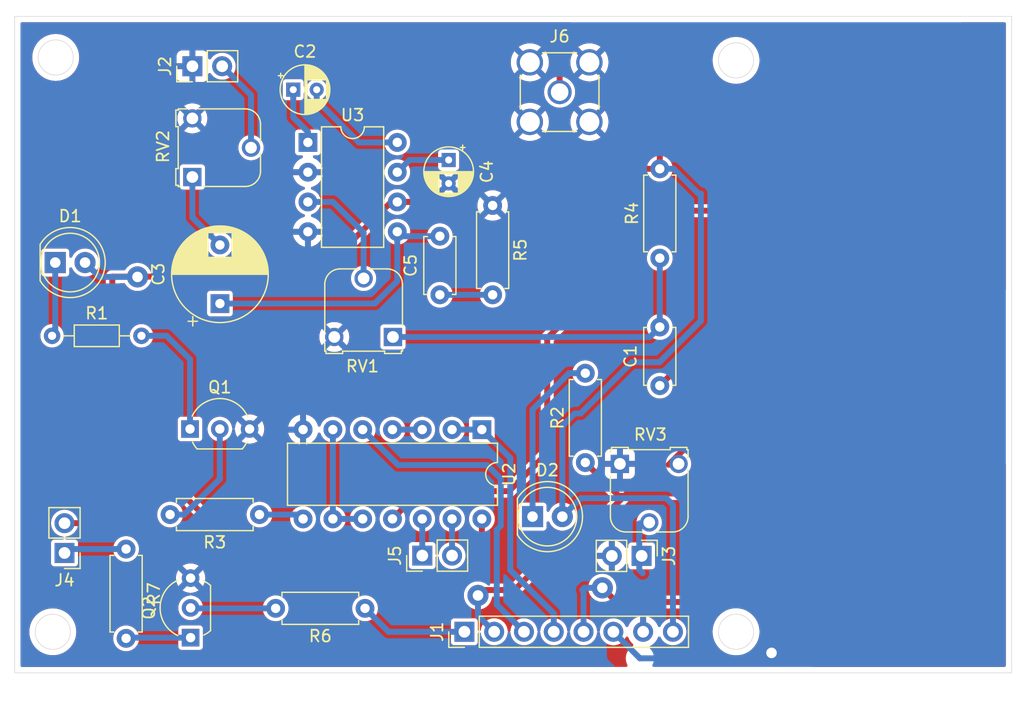
<source format=kicad_pcb>
(kicad_pcb (version 20240108) (generator "pcbnew") (generator_version "8.0")
  (layers (0 "F.Cu" signal) (31 "B.Cu" signal) (34 "B.Paste" user) (35 "F.Paste" user) (36 "B.SilkS" user "B.Silkscreen") (37 "F.SilkS" user "F.Silkscreen") (38 "B.Mask" user) (39 "F.Mask" user) (44 "Edge.Cuts" user))
  (net 0 "")
  (net 1 "Net-(D1-K)")
  (net 2 "VCC")
  (net 3 "Net-(D2-K)")
  (net 4 "Net-(J2-Pin_2)")
  (net 5 "GND")
  (net 6 "Net-(J3-Pin_1)")
  (net 7 "Net-(J4-Pin_1)")
  (net 8 "Net-(J5-Pin_1)")
  (net 9 "Net-(J5-Pin_2)")
  (net 10 "Net-(Q1-B)")
  (net 11 "PTT")
  (net 12 "Net-(Q2-C)")
  (net 13 "Net-(Q2-B)")
  (net 16 "Tx")
  (net 17 "CTS")
  (net 19 "Net-(C1-Pad2)")
  (net 20 "Rx")
  (net 24 "Net-(U1-AF_OUT)")
  (net 25 "Net-(C2-Pad2)")
  (net 26 "Net-(C2-Pad1)")
  (net 27 "Net-(C3-Pad1)")
  (net 28 "Net-(U3-BYPASS)")
  (net 29 "Net-(C5-Pad1)")
  (net 30 "DTR")
  (net 31 "Fan")
  (net 32 "RTS")
  (net 33 "Net-(R3-Pad1)")
  (net 34 "Net-(U3-+)")
  (net 35 "Net-(U1-PD)")
  (net 36 "Net-(U2-Pad3)")
  (net 37 "Net-(U2-Pad10)")
  (net 38 "Net-(C3-Pad2)")
  (net 39 "Net-(U1-MIC_IN)")
  (net 40 "Net-(J6-In)")
  (footprint "Package_TO_SOT_THT:TO-92L_Inline_Wide" (layer "F.Cu") (at 34.95 55.2)
    (property "Reference" "Q1" (at 2.54 -3.56 0) (layer "F.SilkS"))
    (property "Value" "2N2222")
    (pad "1" thru_hole rect (at 0 0) (size 1.5 1.5) (drill 0.8) (layers "*.Cu" "*.Mask") (net 11 "PTT"))
    (pad "2" thru_hole circle (at 2.54 0) (size 1.5 1.5) (drill 0.8) (layers "*.Cu" "*.Mask") (net 10 "Net-(Q1-B)"))
    (pad "3" thru_hole circle (at 5.08 0) (size 1.5 1.5) (drill 0.8) (layers "*.Cu" "*.Mask") (net 5 "GND"))
  )
  (footprint "Capacitor_THT:CP_Radial_D8.0mm_P5.00mm" (layer "F.Cu") (at 37.5 44.5 90)
    (property "Reference" "C3" (at 2.5 -5.25 90) (layer "F.SilkS"))
    (property "Value" "220u")
    (pad "1" thru_hole rect (at 0 0 90) (size 1.6 1.6) (drill 0.8) (layers "*.Cu" "*.Mask") (net 27 "Net-(C3-Pad1)"))
    (pad "2" thru_hole circle (at 5 0 90) (size 1.6 1.6) (drill 0.8) (layers "*.Cu" "*.Mask") (net 38 "Net-(C3-Pad2)"))
  )
  (footprint "Connector_PinHeader_2.54mm:PinHeader_1x02_P2.54mm_Vertical" (layer "F.Cu") (at 24.25 65.775 180)
    (property "Reference" "J4" (at 0 -2.33 360) (layer "F.SilkS"))
    (property "Value" "To fan")
    (pad "1" thru_hole rect (at 0 0 180) (size 1.7 1.7) (drill 1) (layers "*.Cu" "*.Mask") (net 7 "Net-(J4-Pin_1)"))
    (pad "2" thru_hole oval (at 0 2.54 180) (size 1.7 1.7) (drill 1) (layers "*.Cu" "*.Mask") (net 2 "VCC"))
  )
  (footprint "Resistor_THT:R_Axial_DIN0207_L6.3mm_D2.5mm_P7.62mm_Horizontal" (layer "F.Cu") (at 75 40.62 90)
    (property "Reference" "R4" (at 3.81 -2.37 90) (layer "F.SilkS"))
    (property "Value" "10k")
    (pad "1" thru_hole circle (at 0 0 90) (size 1.6 1.6) (drill 0.8) (layers "*.Cu" "*.Mask") (net 19 "Net-(C1-Pad2)"))
    (pad "2" thru_hole oval (at 7.62 0 90) (size 1.6 1.6) (drill 0.8) (layers "*.Cu" "*.Mask") (net 2 "VCC"))
  )
  (footprint "DRA818U_AND_V_Kicad:DRA818" (layer "F.Cu") (at 91.614 45.476 90)
    (property "Reference" "U1" (hide yes))
    (property "Value" "DRA818U" (hide yes))
    (pad "1" smd rect (at -13.35 -8.7 90) (size 2 4) (layers "F.Cu" "F.Paste" "F.Mask") (net 17 "CTS"))
    (pad "2" smd rect (at -8.9 -8.7 90) (size 2 4) (layers "F.Cu" "F.Paste" "F.Mask"))
    (pad "3" smd rect (at -4.45 -8.7 90) (size 2 4) (layers "F.Cu" "F.Paste" "F.Mask") (net 24 "Net-(U1-AF_OUT)"))
    (pad "4" smd rect (at 0 -8.7 90) (size 2 4) (layers "F.Cu" "F.Paste" "F.Mask"))
    (pad "5" smd rect (at 4.45 -8.7 90) (size 2 4) (layers "F.Cu" "F.Paste" "F.Mask") (net 5 "GND"))
    (pad "6" smd rect (at 8.9 -8.7 90) (size 2 4) (layers "F.Cu" "F.Paste" "F.Mask") (net 35 "Net-(U1-PD)"))
    (pad "7" smd rect (at 13.35 -8.7 90) (size 2 4) (layers "F.Cu" "F.Paste" "F.Mask"))
    (pad "8" smd rect (at 17.526 -6.858 180) (size 2 4) (layers "F.Cu" "F.Paste" "F.Mask") (net 2 "VCC"))
    (pad "9" smd rect (at 17.526 -2.286 180) (size 2 4) (layers "F.Cu" "F.Paste" "F.Mask") (net 5 "GND"))
    (pad "10" smd rect (at 17.526 2.286 180) (size 2 4) (layers "F.Cu" "F.Paste" "F.Mask") (net 5 "GND"))
    (pad "11" smd rect (at 17.526 6.858 180) (size 2 4) (layers "F.Cu" "F.Paste" "F.Mask"))
    (pad "12" smd rect (at 13.35 8.7 90) (size 2 4) (layers "F.Cu" "F.Paste" "F.Mask") (net 40 "Net-(J6-In)"))
    (pad "13" smd rect (at 8.9 8.7 90) (size 2 4) (layers "F.Cu" "F.Paste" "F.Mask"))
    (pad "14" smd rect (at 4.45 8.7 90) (size 2 4) (layers "F.Cu" "F.Paste" "F.Mask"))
    (pad "15" smd rect (at 0 8.7 90) (size 2 4) (layers "F.Cu" "F.Paste" "F.Mask"))
    (pad "16" smd rect (at -4.45 8.7 90) (size 2 4) (layers "F.Cu" "F.Paste" "F.Mask") (net 16 "Tx"))
    (pad "17" smd rect (at -8.9 8.7 90) (size 2 4) (layers "F.Cu" "F.Paste" "F.Mask") (net 20 "Rx"))
    (pad "18" smd rect (at -13.35 8.7 90) (size 2 4) (layers "F.Cu" "F.Paste" "F.Mask") (net 39 "Net-(U1-MIC_IN)"))
    (pad "P1" smd rect (at 11.1 0 90) (size 6.5 6.6) (layers "F.Cu" "F.Paste" "F.Mask"))
    (pad "P2" smd rect (at -18.288 -6.858 90) (size 4 8) (layers "F.Cu" "F.Paste" "F.Mask"))
    (pad "P3" smd rect (at -18.288 6.858 90) (size 4 8) (layers "F.Cu" "F.Paste" "F.Mask"))
  )
  (footprint "Potentiometer_THT:Potentiometer_Runtron_RM-065_Vertical" (layer "F.Cu") (at 71.6 58.175)
    (property "Reference" "RV3" (at 2.6 -2.5 360) (layer "F.SilkS"))
    (property "Value" "10k")
    (pad "1" thru_hole rect (at 0 0) (size 1.56 1.56) (drill 1) (layers "*.Cu" "*.Mask") (net 5 "GND"))
    (pad "2" thru_hole circle (at 2.5 5) (size 1.56 1.56) (drill 1) (layers "*.Cu" "*.Mask") (net 6 "Net-(J3-Pin_1)"))
    (pad "3" thru_hole circle (at 5 0) (size 1.56 1.56) (drill 1) (layers "*.Cu" "*.Mask") (net 39 "Net-(U1-MIC_IN)"))
  )
  (footprint "Resistor_THT:R_Axial_DIN0207_L6.3mm_D2.5mm_P7.62mm_Horizontal" (layer "F.Cu") (at 29.5 65.44 -90)
    (property "Reference" "R7" (at 3.81 -2.37 90) (layer "F.SilkS"))
    (property "Value" "330")
    (pad "1" thru_hole circle (at 0 0 270) (size 1.6 1.6) (drill 0.8) (layers "*.Cu" "*.Mask") (net 7 "Net-(J4-Pin_1)"))
    (pad "2" thru_hole oval (at 7.62 0 270) (size 1.6 1.6) (drill 0.8) (layers "*.Cu" "*.Mask") (net 12 "Net-(Q2-C)"))
  )
  (footprint "Package_DIP:DIP-14_W7.62mm" (layer "F.Cu") (at 59.83 55.25 -90)
    (property "Reference" "U2" (at 3.81 -2.33 90) (layer "F.SilkS"))
    (property "Value" "7400")
    (pad "1" thru_hole rect (at 0 0 270) (size 1.6 1.6) (drill 0.8) (layers "*.Cu" "*.Mask") (net 30 "DTR"))
    (pad "2" thru_hole oval (at 0 2.54 270) (size 1.6 1.6) (drill 0.8) (layers "*.Cu" "*.Mask") (net 30 "DTR"))
    (pad "3" thru_hole oval (at 0 5.08 270) (size 1.6 1.6) (drill 0.8) (layers "*.Cu" "*.Mask") (net 36 "Net-(U2-Pad3)"))
    (pad "4" thru_hole oval (at 0 7.62 270) (size 1.6 1.6) (drill 0.8) (layers "*.Cu" "*.Mask") (net 36 "Net-(U2-Pad3)"))
    (pad "5" thru_hole oval (at 0 10.16 270) (size 1.6 1.6) (drill 0.8) (layers "*.Cu" "*.Mask") (net 32 "RTS"))
    (pad "6" thru_hole oval (at 0 12.7 270) (size 1.6 1.6) (drill 0.8) (layers "*.Cu" "*.Mask") (net 37 "Net-(U2-Pad10)"))
    (pad "7" thru_hole oval (at 0 15.24 270) (size 1.6 1.6) (drill 0.8) (layers "*.Cu" "*.Mask") (net 5 "GND"))
    (pad "8" thru_hole oval (at 7.62 15.24 270) (size 1.6 1.6) (drill 0.8) (layers "*.Cu" "*.Mask") (net 33 "Net-(R3-Pad1)"))
    (pad "9" thru_hole oval (at 7.62 12.7 270) (size 1.6 1.6) (drill 0.8) (layers "*.Cu" "*.Mask") (net 37 "Net-(U2-Pad10)"))
    (pad "10" thru_hole oval (at 7.62 10.16 270) (size 1.6 1.6) (drill 0.8) (layers "*.Cu" "*.Mask") (net 37 "Net-(U2-Pad10)"))
    (pad "11" thru_hole oval (at 7.62 7.62 270) (size 1.6 1.6) (drill 0.8) (layers "*.Cu" "*.Mask") (net 35 "Net-(U1-PD)"))
    (pad "12" thru_hole oval (at 7.62 5.08 270) (size 1.6 1.6) (drill 0.8) (layers "*.Cu" "*.Mask") (net 8 "Net-(J5-Pin_1)"))
    (pad "13" thru_hole oval (at 7.62 2.54 270) (size 1.6 1.6) (drill 0.8) (layers "*.Cu" "*.Mask") (net 9 "Net-(J5-Pin_2)"))
    (pad "14" thru_hole oval (at 7.62 0 270) (size 1.6 1.6) (drill 0.8) (layers "*.Cu" "*.Mask") (net 2 "VCC"))
  )
  (footprint "Connector_PinHeader_2.54mm:PinHeader_1x02_P2.54mm_Vertical" (layer "F.Cu") (at 35.15 24.25 90)
    (property "Reference" "J2" (at 0 -2.33 90) (layer "F.SilkS"))
    (property "Value" "PC Mic in >")
    (pad "1" thru_hole rect (at 0 0 90) (size 1.7 1.7) (drill 1) (layers "*.Cu" "*.Mask") (net 5 "GND"))
    (pad "2" thru_hole oval (at 0 2.54 90) (size 1.7 1.7) (drill 1) (layers "*.Cu" "*.Mask") (net 4 "Net-(J2-Pin_2)"))
  )
  (footprint "Resistor_THT:R_Axial_DIN0207_L6.3mm_D2.5mm_P7.62mm_Horizontal" (layer "F.Cu") (at 68.65 58.06 90)
    (property "Reference" "R2" (at 3.81 -2.37 90) (layer "F.SilkS"))
    (property "Value" "330")
    (pad "1" thru_hole circle (at 0 0 90) (size 1.6 1.6) (drill 0.8) (layers "*.Cu" "*.Mask") (net 17 "CTS"))
    (pad "2" thru_hole oval (at 7.62 0 90) (size 1.6 1.6) (drill 0.8) (layers "*.Cu" "*.Mask") (net 3 "Net-(D2-K)"))
  )
  (footprint "LED_THT:LED_D5.0mm" (layer "F.Cu") (at 64.15 62.675)
    (property "Reference" "D2" (at 1.27 -3.96 360) (layer "F.SilkS"))
    (property "Value" "LED")
    (pad "1" thru_hole rect (at 0 0) (size 1.8 1.8) (drill 0.9) (layers "*.Cu" "*.Mask") (net 3 "Net-(D2-K)"))
    (pad "2" thru_hole circle (at 2.54 0) (size 1.8 1.8) (drill 0.9) (layers "*.Cu" "*.Mask") (net 2 "VCC"))
  )
  (footprint "Resistor_THT:R_Axial_DIN0207_L6.3mm_D2.5mm_P7.62mm_Horizontal" (layer "F.Cu") (at 49.87 70.5 180)
    (property "Reference" "R6" (at 3.81 -2.37 360) (layer "F.SilkS"))
    (property "Value" "4.7K")
    (pad "1" thru_hole circle (at 0 0 180) (size 1.6 1.6) (drill 0.8) (layers "*.Cu" "*.Mask") (net 31 "Fan"))
    (pad "2" thru_hole oval (at 7.62 0 180) (size 1.6 1.6) (drill 0.8) (layers "*.Cu" "*.Mask") (net 13 "Net-(Q2-B)"))
  )
  (footprint "Potentiometer_THT:Potentiometer_Runtron_RM-065_Vertical" (layer "F.Cu") (at 52.25 47.35 180)
    (property "Reference" "RV1" (at 2.6 -2.5 360) (layer "F.SilkS"))
    (property "Value" "100k")
    (pad "1" thru_hole rect (at 0 0 180) (size 1.56 1.56) (drill 1) (layers "*.Cu" "*.Mask") (net 19 "Net-(C1-Pad2)"))
    (pad "2" thru_hole circle (at 2.5 5 180) (size 1.56 1.56) (drill 1) (layers "*.Cu" "*.Mask") (net 34 "Net-(U3-+)"))
    (pad "3" thru_hole circle (at 5 0 180) (size 1.56 1.56) (drill 1) (layers "*.Cu" "*.Mask") (net 5 "GND"))
  )
  (footprint "Resistor_THT:R_Axial_DIN0207_L6.3mm_D2.5mm_P7.62mm_Horizontal" (layer "F.Cu") (at 60.75 36.13 -90)
    (property "Reference" "R5" (at 3.81 -2.37 90) (layer "F.SilkS"))
    (property "Value" "10k")
    (pad "1" thru_hole circle (at 0 0 270) (size 1.6 1.6) (drill 0.8) (layers "*.Cu" "*.Mask") (net 5 "GND"))
    (pad "2" thru_hole oval (at 7.62 0 270) (size 1.6 1.6) (drill 0.8) (layers "*.Cu" "*.Mask") (net 29 "Net-(C5-Pad1)"))
  )
  (footprint "Capacitor_THT:C_Disc_D4.7mm_W2.5mm_P5.00mm" (layer "F.Cu") (at 56.25 43.75 90)
    (property "Reference" "C5" (at 2.5 -2.5 90) (layer "F.SilkS"))
    (property "Value" "47n")
    (pad "1" thru_hole circle (at 0 0 90) (size 1.6 1.6) (drill 0.8) (layers "*.Cu" "*.Mask") (net 29 "Net-(C5-Pad1)"))
    (pad "2" thru_hole circle (at 5 0 90) (size 1.6 1.6) (drill 0.8) (layers "*.Cu" "*.Mask") (net 27 "Net-(C3-Pad1)"))
  )
  (footprint "Connector_PinHeader_2.54mm:PinHeader_1x02_P2.54mm_Vertical" (layer "F.Cu") (at 54.75 66 90)
    (property "Reference" "J5" (at 0 -2.33 90) (layer "F.SilkS"))
    (property "Value" "GPIO")
    (pad "1" thru_hole rect (at 0 0 90) (size 1.7 1.7) (drill 1) (layers "*.Cu" "*.Mask") (net 8 "Net-(J5-Pin_1)"))
    (pad "2" thru_hole oval (at 0 2.54 90) (size 1.7 1.7) (drill 1) (layers "*.Cu" "*.Mask") (net 9 "Net-(J5-Pin_2)"))
  )
  (footprint "Connector_PinHeader_2.54mm:PinHeader_1x02_P2.54mm_Vertical" (layer "F.Cu") (at 73.45 66.025 -90)
    (property "Reference" "J3" (at 0 -2.33 90) (layer "F.SilkS"))
    (property "Value" "PC Speaker out >")
    (pad "1" thru_hole rect (at 0 0 270) (size 1.7 1.7) (drill 1) (layers "*.Cu" "*.Mask") (net 6 "Net-(J3-Pin_1)"))
    (pad "2" thru_hole oval (at 0 2.54 270) (size 1.7 1.7) (drill 1) (layers "*.Cu" "*.Mask") (net 5 "GND"))
  )
  (footprint "Resistor_THT:R_Axial_DIN0204_L3.6mm_D1.6mm_P7.62mm_Horizontal" (layer "F.Cu") (at 23.19 47.25)
    (property "Reference" "R1" (at 3.81 -1.92 360) (layer "F.SilkS"))
    (property "Value" "330")
    (pad "1" thru_hole circle (at 0 0) (size 1.4 1.4) (drill 0.7) (layers "*.Cu" "*.Mask") (net 1 "Net-(D1-K)"))
    (pad "2" thru_hole oval (at 7.62 0) (size 1.4 1.4) (drill 0.7) (layers "*.Cu" "*.Mask") (net 11 "PTT"))
  )
  (footprint "Connector_Coaxial:SMA_Amphenol_901-144_Vertical" (layer "F.Cu") (at 66.46 26.46)
    (property "Reference" "J6" (at 0 -4.75 0) (layer "F.SilkS"))
    (property "Value" "2m ANT")
    (pad "1" thru_hole circle (at 0 0) (size 2.05 2.05) (drill 1.5) (layers "*.Cu" "*.Mask") (net 40 "Net-(J6-In)"))
    (pad "2" thru_hole circle (at -2.54 -2.54) (size 2.25 2.25) (drill 1.7) (layers "*.Cu" "*.Mask") (net 5 "GND"))
    (pad "2" thru_hole circle (at -2.54 2.54) (size 2.25 2.25) (drill 1.7) (layers "*.Cu" "*.Mask") (net 5 "GND"))
    (pad "2" thru_hole circle (at 2.54 -2.54) (size 2.25 2.25) (drill 1.7) (layers "*.Cu" "*.Mask") (net 5 "GND"))
    (pad "2" thru_hole circle (at 2.54 2.54) (size 2.25 2.25) (drill 1.7) (layers "*.Cu" "*.Mask") (net 5 "GND"))
  )
  (footprint "Connector_PinHeader_2.54mm:PinHeader_1x08_P2.54mm_Vertical" (layer "F.Cu") (at 58.34 72.5 90)
    (property "Reference" "J1" (at 0 -2.33 90) (layer "F.SilkS"))
    (property "Value" "External interface")
    (pad "1" thru_hole rect (at 0 0 90) (size 1.7 1.7) (drill 1) (layers "*.Cu" "*.Mask") (net 31 "Fan"))
    (pad "2" thru_hole oval (at 0 2.54 90) (size 1.7 1.7) (drill 1) (layers "*.Cu" "*.Mask") (net 17 "CTS"))
    (pad "3" thru_hole oval (at 0 5.08 90) (size 1.7 1.7) (drill 1) (layers "*.Cu" "*.Mask") (net 32 "RTS"))
    (pad "4" thru_hole oval (at 0 7.62 90) (size 1.7 1.7) (drill 1) (layers "*.Cu" "*.Mask") (net 30 "DTR"))
    (pad "5" thru_hole oval (at 0 10.16 90) (size 1.7 1.7) (drill 1) (layers "*.Cu" "*.Mask") (net 16 "Tx"))
    (pad "6" thru_hole oval (at 0 12.7 90) (size 1.7 1.7) (drill 1) (layers "*.Cu" "*.Mask") (net 20 "Rx"))
    (pad "7" thru_hole oval (at 0 15.24 90) (size 1.7 1.7) (drill 1) (layers "*.Cu" "*.Mask") (net 5 "GND"))
    (pad "8" thru_hole oval (at 0 17.78 90) (size 1.7 1.7) (drill 1) (layers "*.Cu" "*.Mask") (net 2 "VCC"))
  )
  (footprint "Package_DIP:DIP-8_W7.62mm" (layer "F.Cu") (at 45 30.75)
    (property "Reference" "U3" (at 3.81 -2.33 0) (layer "F.SilkS"))
    (property "Value" "LM386")
    (pad "1" thru_hole rect (at 0 0) (size 1.6 1.6) (drill 0.8) (layers "*.Cu" "*.Mask") (net 26 "Net-(C2-Pad1)"))
    (pad "2" thru_hole oval (at 0 2.54) (size 1.6 1.6) (drill 0.8) (layers "*.Cu" "*.Mask") (net 5 "GND"))
    (pad "3" thru_hole oval (at 0 5.08) (size 1.6 1.6) (drill 0.8) (layers "*.Cu" "*.Mask") (net 34 "Net-(U3-+)"))
    (pad "4" thru_hole oval (at 0 7.62) (size 1.6 1.6) (drill 0.8) (layers "*.Cu" "*.Mask") (net 5 "GND"))
    (pad "5" thru_hole oval (at 7.62 7.62) (size 1.6 1.6) (drill 0.8) (layers "*.Cu" "*.Mask") (net 27 "Net-(C3-Pad1)"))
    (pad "6" thru_hole oval (at 7.62 5.08) (size 1.6 1.6) (drill 0.8) (layers "*.Cu" "*.Mask") (net 2 "VCC"))
    (pad "7" thru_hole oval (at 7.62 2.54) (size 1.6 1.6) (drill 0.8) (layers "*.Cu" "*.Mask") (net 28 "Net-(U3-BYPASS)"))
    (pad "8" thru_hole oval (at 7.62 0) (size 1.6 1.6) (drill 0.8) (layers "*.Cu" "*.Mask") (net 25 "Net-(C2-Pad2)"))
  )
  (footprint "Resistor_THT:R_Axial_DIN0207_L6.3mm_D2.5mm_P7.62mm_Horizontal" (layer "F.Cu") (at 40.87 62.5 180)
    (property "Reference" "R3" (at 3.81 -2.37 360) (layer "F.SilkS"))
    (property "Value" "4.7K")
    (pad "1" thru_hole circle (at 0 0 180) (size 1.6 1.6) (drill 0.8) (layers "*.Cu" "*.Mask") (net 33 "Net-(R3-Pad1)"))
    (pad "2" thru_hole oval (at 7.62 0 180) (size 1.6 1.6) (drill 0.8) (layers "*.Cu" "*.Mask") (net 10 "Net-(Q1-B)"))
  )
  (footprint "Capacitor_THT:CP_Radial_D4.0mm_P2.00mm" (layer "F.Cu") (at 43.75 26.25)
    (property "Reference" "C2" (at 1 -3.25 360) (layer "F.SilkS"))
    (property "Value" "10u")
    (pad "1" thru_hole rect (at 0 0) (size 1.2 1.2) (drill 0.6) (layers "*.Cu" "*.Mask") (net 26 "Net-(C2-Pad1)"))
    (pad "2" thru_hole circle (at 2 0) (size 1.2 1.2) (drill 0.6) (layers "*.Cu" "*.Mask") (net 25 "Net-(C2-Pad2)"))
  )
  (footprint "LED_THT:LED_D5.0mm" (layer "F.Cu") (at 23.46 41)
    (property "Reference" "D1" (at 1.27 -3.96 0) (layer "F.SilkS"))
    (property "Value" "LED")
    (pad "1" thru_hole rect (at 0 0) (size 1.8 1.8) (drill 0.9) (layers "*.Cu" "*.Mask") (net 1 "Net-(D1-K)"))
    (pad "2" thru_hole circle (at 2.54 0) (size 1.8 1.8) (drill 0.9) (layers "*.Cu" "*.Mask") (net 2 "VCC"))
  )
  (footprint "Capacitor_THT:C_Disc_D4.7mm_W2.5mm_P5.00mm" (layer "F.Cu") (at 75 51.5 90)
    (property "Reference" "C1" (at 2.5 -2.5 90) (layer "F.SilkS"))
    (property "Value" "100n")
    (pad "1" thru_hole circle (at 0 0 90) (size 1.6 1.6) (drill 0.8) (layers "*.Cu" "*.Mask") (net 24 "Net-(U1-AF_OUT)"))
    (pad "2" thru_hole circle (at 5 0 90) (size 1.6 1.6) (drill 0.8) (layers "*.Cu" "*.Mask") (net 19 "Net-(C1-Pad2)"))
  )
  (footprint "Package_TO_SOT_THT:TO-92L_Inline_Wide" (layer "F.Cu") (at 35 73 90)
    (property "Reference" "Q2" (at 2.54 -3.56 90) (layer "F.SilkS"))
    (property "Value" "2N2222")
    (pad "1" thru_hole rect (at 0 0 90) (size 1.5 1.5) (drill 0.8) (layers "*.Cu" "*.Mask") (net 12 "Net-(Q2-C)"))
    (pad "2" thru_hole circle (at 2.54 0 90) (size 1.5 1.5) (drill 0.8) (layers "*.Cu" "*.Mask") (net 13 "Net-(Q2-B)"))
    (pad "3" thru_hole circle (at 5.08 0 90) (size 1.5 1.5) (drill 0.8) (layers "*.Cu" "*.Mask") (net 5 "GND"))
  )
  (footprint "Potentiometer_THT:Potentiometer_Runtron_RM-065_Vertical" (layer "F.Cu") (at 35.15 33.7 90)
    (property "Reference" "RV2" (at 2.6 -2.5 90) (layer "F.SilkS"))
    (property "Value" "10k")
    (pad "1" thru_hole rect (at 0 0 90) (size 1.56 1.56) (drill 1) (layers "*.Cu" "*.Mask") (net 38 "Net-(C3-Pad2)"))
    (pad "2" thru_hole circle (at 2.5 5 90) (size 1.56 1.56) (drill 1) (layers "*.Cu" "*.Mask") (net 4 "Net-(J2-Pin_2)"))
    (pad "3" thru_hole circle (at 5 0 90) (size 1.56 1.56) (drill 1) (layers "*.Cu" "*.Mask") (net 5 "GND"))
  )
  (footprint "Capacitor_THT:CP_Radial_D4.0mm_P2.00mm" (layer "F.Cu") (at 57 32.25 -90)
    (property "Reference" "C4" (at 1 -3.25 90) (layer "F.SilkS"))
    (property "Value" "10u")
    (pad "1" thru_hole rect (at 0 0 270) (size 1.2 1.2) (drill 0.6) (layers "*.Cu" "*.Mask") (net 28 "Net-(U3-BYPASS)"))
    (pad "2" thru_hole circle (at 2 0 270) (size 1.2 1.2) (drill 0.6) (layers "*.Cu" "*.Mask") (net 5 "GND"))
  )
  (gr_circle (center 81.5 23.75) (end 83 23.75) (stroke (width 0.05)) (fill none) (layer "Edge.Cuts"))
  (gr_circle (center 81.5 72.5) (end 83 72.5) (stroke (width 0.05)) (fill none) (layer "Edge.Cuts"))
  (gr_circle (center 23.25 72.5) (end 24.75 72.5) (stroke (width 0.05)) (fill none) (layer "Edge.Cuts"))
  (gr_circle (center 23.5 23.5) (end 25 23.5) (stroke (width 0.05)) (fill none) (layer "Edge.Cuts"))
  (gr_rect (start 20 20) (end 105 76) (stroke (width 0.05)) (fill none) (layer "Edge.Cuts"))
  (segment (start 23.46 46.98) (end 23.19 47.25) (width 0.508) (layer "B.Cu") (net 1))
  (segment (start 23.46 41) (end 23.46 46.98) (width 0.508) (layer "B.Cu") (net 1))
  (segment (start 57.075 69.45) (end 55.421 69.45) (width 0.508) (layer "F.Cu") (net 2))
  (segment (start 84.756 27.95) (end 78.6 27.95) (width 0.508) (layer "F.Cu") (net 2))
  (segment (start 28.325 60.575) (end 28.325 56.825) (width 0.508) (layer "F.Cu") (net 2))
  (segment (start 69.525 33) (end 75 33) (width 0.508) (layer "F.Cu") (net 2))
  (segment (start 63.725 38.8) (end 69.525 33) (width 0.508) (layer "F.Cu") (net 2))
  (segment (start 30.375 56.825) (end 28.325 56.825) (width 0.508) (layer "F.Cu") (net 2))
  (segment (start 59.175 38.8) (end 63.725 38.8) (width 0.508) (layer "F.Cu") (net 2))
  (segment (start 56.205 35.83) (end 59.175 38.8) (width 0.508) (layer "F.Cu") (net 2))
  (segment (start 59.83 66.695) (end 57.075 69.45) (width 0.508) (layer "F.Cu") (net 2))
  (segment (start 28.325 42.2) (end 45.725 42.2) (width 0.508) (layer "F.Cu") (net 2))
  (segment (start 28.175 60.725) (end 28.325 60.575) (width 0.508) (layer "F.Cu") (net 2))
  (segment (start 53.675 35.83) (end 52.62 35.83) (width 0.508) (layer "F.Cu") (net 2))
  (segment (start 78.6 27.95) (end 75 31.55) (width 0.508) (layer "F.Cu") (net 2))
  (segment (start 28.325 56.825) (end 28.325 42.2) (width 0.508) (layer "F.Cu") (net 2))
  (segment (start 54.771 68.8) (end 42.35 68.8) (width 0.508) (layer "F.Cu") (net 2))
  (segment (start 24.25 63.235) (end 26.165 63.235) (width 0.508) (layer "F.Cu") (net 2))
  (segment (start 45.725 42.2) (end 52.095 35.83) (width 0.508) (layer "F.Cu") (net 2))
  (segment (start 42.35 68.8) (end 30.375 56.825) (width 0.508) (layer "F.Cu") (net 2))
  (segment (start 52.095 35.83) (end 53.675 35.83) (width 0.508) (layer "F.Cu") (net 2))
  (segment (start 26.165 63.235) (end 28.175 61.225) (width 0.508) (layer "F.Cu") (net 2))
  (segment (start 55.421 69.45) (end 54.771 68.8) (width 0.508) (layer "F.Cu") (net 2))
  (segment (start 53.675 35.83) (end 56.205 35.83) (width 0.508) (layer "F.Cu") (net 2))
  (segment (start 59.83 62.87) (end 59.83 66.695) (width 0.508) (layer "F.Cu") (net 2))
  (segment (start 28.175 61.225) (end 28.175 60.725) (width 0.508) (layer "F.Cu") (net 2))
  (segment (start 75 31.55) (end 75 33) (width 0.508) (layer "F.Cu") (net 2))
  (via (at 30.475 42.225) (size 1.8) (drill 0.9) (layers "F.Cu" "B.Cu") (net 2))
  (segment (start 75.55 61.1) (end 76.12 61.67) (width 0.508) (layer "B.Cu") (net 2))
  (segment (start 72.625 49.5) (end 74.975 49.5) (width 0.508) (layer "B.Cu") (net 2))
  (segment (start 78.5 35.125) (end 78.3 35.125) (width 0.508) (layer "B.Cu") (net 2))
  (segment (start 78.5 45.975) (end 78.5 35.125) (width 0.508) (layer "B.Cu") (net 2))
  (segment (start 76.175 33) (end 75 33) (width 0.508) (layer "B.Cu") (net 2))
  (segment (start 26 41) (end 27.225 42.225) (width 0.508) (layer "B.Cu") (net 2))
  (segment (start 27.225 42.225) (end 30.475 42.225) (width 0.508) (layer "B.Cu") (net 2))
  (segment (start 66.69 62.675) (end 68.265 61.1) (width 0.508) (layer "B.Cu") (net 2))
  (segment (start 30.475 42.225) (end 30.8 42.225) (width 0.508) (layer "B.Cu") (net 2))
  (segment (start 74.975 49.5) (end 78.5 45.975) (width 0.508) (layer "B.Cu") (net 2))
  (segment (start 66.69 54.935) (end 67.75 53.875) (width 0.508) (layer "B.Cu") (net 2))
  (segment (start 78.3 35.125) (end 76.175 33) (width 0.508) (layer "B.Cu") (net 2))
  (segment (start 67.75 53.875) (end 68.25 53.875) (width 0.508) (layer "B.Cu") (net 2))
  (segment (start 76.12 61.67) (end 76.12 72.5) (width 0.508) (layer "B.Cu") (net 2))
  (segment (start 66.69 62.675) (end 66.69 54.935) (width 0.508) (layer "B.Cu") (net 2))
  (segment (start 68.25 53.875) (end 72.625 49.5) (width 0.508) (layer "B.Cu") (net 2))
  (segment (start 68.265 61.1) (end 75.55 61.1) (width 0.508) (layer "B.Cu") (net 2))
  (segment (start 64.15 53.55) (end 64.15 62.675) (width 0.508) (layer "B.Cu") (net 3))
  (segment (start 67.26 50.44) (end 64.15 53.55) (width 0.508) (layer "B.Cu") (net 3))
  (segment (start 68.65 50.44) (end 67.26 50.44) (width 0.508) (layer "B.Cu") (net 3))
  (segment (start 37.69 24.25) (end 40.15 26.71) (width 0.508) (layer "B.Cu") (net 4))
  (segment (start 40.15 26.71) (end 40.15 31.2) (width 0.508) (layer "B.Cu") (net 4))
  (segment (start 73.25 63.25) (end 73.25 67.21) (width 0.508) (layer "B.Cu") (net 6))
  (segment (start 73.25 67.21) (end 73.54 67.5) (width 0.508) (layer "B.Cu") (net 6))
  (segment (start 24.585 65.44) (end 24.25 65.775) (width 0.508) (layer "B.Cu") (net 7))
  (segment (start 29.5 65.44) (end 24.585 65.44) (width 0.508) (layer "B.Cu") (net 7))
  (segment (start 54.75 66) (end 54.75 62.87) (width 0.508) (layer "B.Cu") (net 8))
  (segment (start 57.29 66) (end 57.29 62.87) (width 0.508) (layer "B.Cu") (net 9))
  (segment (start 34.45 62.5) (end 37.49 59.46) (width 0.508) (layer "B.Cu") (net 10))
  (segment (start 33.25 62.5) (end 34.45 62.5) (width 0.508) (layer "B.Cu") (net 10))
  (segment (start 37.49 59.46) (end 37.49 55.2) (width 0.508) (layer "B.Cu") (net 10))
  (segment (start 30.81 47.25) (end 32.95 47.25) (width 0.508) (layer "B.Cu") (net 11))
  (segment (start 32.95 47.25) (end 34.95 49.25) (width 0.508) (layer "B.Cu") (net 11))
  (segment (start 34.95 49.25) (end 34.95 55.2) (width 0.508) (layer "B.Cu") (net 11))
  (segment (start 29.56 73) (end 29.5 73.06) (width 0.508) (layer "B.Cu") (net 12))
  (segment (start 35 73) (end 29.56 73) (width 0.508) (layer "B.Cu") (net 12))
  (segment (start 42.25 70.5) (end 35.04 70.5) (width 0.508) (layer "B.Cu") (net 13))
  (segment (start 35.04 70.5) (end 35 70.46) (width 0.508) (layer "B.Cu") (net 13))
  (segment (start 91.25 68.6) (end 91.25 55.7) (width 0.508) (layer "F.Cu") (net 16))
  (segment (start 91.25 55.7) (end 97.024 49.926) (width 0.508) (layer "F.Cu") (net 16))
  (segment (start 71.308 69.958) (end 89.892 69.958) (width 0.508) (layer "F.Cu") (net 16))
  (segment (start 97.024 49.926) (end 100.314 49.926) (width 0.508) (layer "F.Cu") (net 16))
  (segment (start 70.1 68.75) (end 71.308 69.958) (width 0.508) (layer "F.Cu") (net 16))
  (segment (start 70.1 68.75) (end 69.742 69.108) (width 0.508) (layer "F.Cu") (net 16))
  (segment (start 89.892 69.958) (end 91.25 68.6) (width 0.508) (layer "F.Cu") (net 16))
  (via (at 70.1 68.75) (size 1.8) (drill 0.9) (layers "F.Cu" "B.Cu") (net 16))
  (segment (start 68.575 68.75) (end 68.4 68.925) (width 0.508) (layer "B.Cu") (net 16))
  (segment (start 68.4 68.925) (end 68.5 69.025) (width 0.508) (layer "B.Cu") (net 16))
  (segment (start 70.1 68.75) (end 68.575 68.75) (width 0.508) (layer "B.Cu") (net 16))
  (segment (start 68.5 69.025) (end 68.5 72.5) (width 0.508) (layer "B.Cu") (net 16))
  (segment (start 78.974 58.826) (end 77.1 60.7) (width 0.508) (layer "F.Cu") (net 17))
  (segment (start 65.9 67) (end 64.55 67) (width 0.508) (layer "F.Cu") (net 17))
  (segment (start 72.05 60.85) (end 65.9 67) (width 0.508) (layer "F.Cu") (net 17))
  (segment (start 72.2 60.7) (end 72.05 60.85) (width 0.508) (layer "F.Cu") (net 17))
  (segment (start 72 60.9) (end 71.49 60.9) (width 0.508) (layer "F.Cu") (net 17))
  (segment (start 77.1 60.7) (end 72.2 60.7) (width 0.508) (layer "F.Cu") (net 17))
  (segment (start 59.9625 68.9375) (end 62.6125 68.9375) (width 0.508) (layer "F.Cu") (net 17))
  (segment (start 59.5 69.4) (end 59.9625 68.9375) (width 0.508) (layer "F.Cu") (net 17))
  (segment (start 64.55 67) (end 62.6125 68.9375) (width 0.508) (layer "F.Cu") (net 17))
  (segment (start 72.05 60.85) (end 72 60.9) (width 0.508) (layer "F.Cu") (net 17))
  (segment (start 82.914 58.826) (end 78.974 58.826) (width 0.508) (layer "F.Cu") (net 17))
  (segment (start 71.49 60.9) (end 68.65 58.06) (width 0.508) (layer "F.Cu") (net 17))
  (via (at 59.5 69.4) (size 1.8) (drill 0.9) (layers "F.Cu" "B.Cu") (net 17))
  (segment (start 59.5 71.12) (end 59.5 69.4) (width 0.508) (layer "B.Cu") (net 17))
  (segment (start 60.88 72.5) (end 59.5 71.12) (width 0.508) (layer "B.Cu") (net 17))
  (segment (start 52.25 47.35) (end 74.15 47.35) (width 0.508) (layer "B.Cu") (net 19))
  (segment (start 75 40.62) (end 75 46.5) (width 0.508) (layer "B.Cu") (net 19))
  (segment (start 74.15 47.35) (end 75 46.5) (width 0.508) (layer "B.Cu") (net 19))
  (segment (start 88.15 74.3) (end 90.3 72.15) (width 0.508) (layer "F.Cu") (net 20))
  (segment (start 97.224 54.376) (end 92.8 58.8) (width 0.508) (layer "F.Cu") (net 20))
  (segment (start 92.8 58.8) (end 92.8 69.65) (width 0.508) (layer "F.Cu") (net 20))
  (segment (start 84.525 74.3) (end 88.15 74.3) (width 0.508) (layer "F.Cu") (net 20))
  (segment (start 100.314 54.376) (end 97.224 54.376) (width 0.508) (layer "F.Cu") (net 20))
  (segment (start 92.8 69.65) (end 90.3 72.15) (width 0.508) (layer "F.Cu") (net 20))
  (via (at 84.525 74.3) (size 1.8) (drill 0.9) (layers "F.Cu" "B.Cu") (net 20))
  (segment (start 73.304172 74.764172) (end 84.060828 74.764172) (width 0.508) (layer "B.Cu") (net 20))
  (segment (start 71.04 72.5) (end 73.304172 74.764172) (width 0.508) (layer "B.Cu") (net 20))
  (segment (start 84.060828 74.764172) (end 84.525 74.3) (width 0.508) (layer "B.Cu") (net 20))
  (segment (start 76.574 49.926) (end 75 51.5) (width 0.508) (layer "F.Cu") (net 24))
  (segment (start 82.914 49.926) (end 76.574 49.926) (width 0.508) (layer "F.Cu") (net 24))
  (segment (start 45.75 26.25) (end 45.75 27.15) (width 0.508) (layer "B.Cu") (net 25))
  (segment (start 45.75 27.15) (end 49.35 30.75) (width 0.508) (layer "B.Cu") (net 25))
  (segment (start 49.35 30.75) (end 52.62 30.75) (width 0.508) (layer "B.Cu") (net 25))
  (segment (start 45 29.85) (end 43.75 28.6) (width 0.508) (layer "B.Cu") (net 26))
  (segment (start 43.75 28.6) (end 43.75 26.25) (width 0.508) (layer "B.Cu") (net 26))
  (segment (start 45 30.75) (end 45 29.85) (width 0.508) (layer "B.Cu") (net 26))
  (segment (start 56.25 38.75) (end 53 38.75) (width 0.508) (layer "B.Cu") (net 27))
  (segment (start 37.5 44.5) (end 50.7 44.5) (width 0.508) (layer "B.Cu") (net 27))
  (segment (start 53 38.75) (end 52.62 38.37) (width 0.508) (layer "B.Cu") (net 27))
  (segment (start 52.62 42.58) (end 52.62 38.37) (width 0.508) (layer "B.Cu") (net 27))
  (segment (start 50.7 44.5) (end 52.62 42.58) (width 0.508) (layer "B.Cu") (net 27))
  (segment (start 53.66 32.25) (end 52.62 33.29) (width 0.508) (layer "B.Cu") (net 28))
  (segment (start 57 32.25) (end 53.66 32.25) (width 0.508) (layer "B.Cu") (net 28))
  (segment (start 56.25 43.75) (end 60.75 43.75) (width 0.508) (layer "B.Cu") (net 29))
  (segment (start 62.25 57.67) (end 59.83 55.25) (width 0.508) (layer "B.Cu") (net 30))
  (segment (start 65.96 70.935) (end 62.25 67.225) (width 0.508) (layer "B.Cu") (net 30))
  (segment (start 65.96 72.5) (end 65.96 70.935) (width 0.508) (layer "B.Cu") (net 30))
  (segment (start 59.83 55.25) (end 57.29 55.25) (width 0.508) (layer "B.Cu") (net 30))
  (segment (start 62.25 67.225) (end 62.25 57.67) (width 0.508) (layer "B.Cu") (net 30))
  (segment (start 51.87 72.5) (end 49.87 70.5) (width 0.508) (layer "B.Cu") (net 31))
  (segment (start 58.34 72.5) (end 51.87 72.5) (width 0.508) (layer "B.Cu") (net 31))
  (segment (start 60.275 58.275) (end 52.695 58.275) (width 0.508) (layer "B.Cu") (net 32))
  (segment (start 61.442 63.458) (end 61.442 59.442) (width 0.508) (layer "B.Cu") (net 32))
  (segment (start 61.1 63.8) (end 61.442 63.458) (width 0.508) (layer "B.Cu") (net 32))
  (segment (start 61.1 70.18) (end 61.1 63.8) (width 0.508) (layer "B.Cu") (net 32))
  (segment (start 52.695 58.275) (end 49.67 55.25) (width 0.508) (layer "B.Cu") (net 32))
  (segment (start 61.442 59.442) (end 60.275 58.275) (width 0.508) (layer "B.Cu") (net 32))
  (segment (start 63.42 72.5) (end 61.1 70.18) (width 0.508) (layer "B.Cu") (net 32))
  (segment (start 44.22 62.5) (end 44.59 62.87) (width 0.508) (layer "B.Cu") (net 33))
  (segment (start 40.87 62.5) (end 44.22 62.5) (width 0.508) (layer "B.Cu") (net 33))
  (segment (start 47.13 35.83) (end 49.75 38.45) (width 0.508) (layer "B.Cu") (net 34))
  (segment (start 49.75 38.45) (end 49.75 42.35) (width 0.508) (layer "B.Cu") (net 34))
  (segment (start 45 35.83) (end 47.13 35.83) (width 0.508) (layer "B.Cu") (net 34))
  (segment (start 65.4 57.25) (end 62.15 60.5) (width 0.508) (layer "F.Cu") (net 35))
  (segment (start 82.914 36.576) (end 76.274 36.576) (width 0.508) (layer "F.Cu") (net 35))
  (segment (start 76.274 36.576) (end 65.4 47.45) (width 0.508) (layer "F.Cu") (net 35))
  (segment (start 65.4 47.45) (end 65.4 57.25) (width 0.508) (layer "F.Cu") (net 35))
  (segment (start 54 61.08) (end 52.21 62.87) (width 0.508) (layer "F.Cu") (net 35))
  (segment (start 62.15 60.5) (end 54 60.5) (width 0.508) (layer "F.Cu") (net 35))
  (segment (start 54 60.5) (end 54 61.08) (width 0.508) (layer "F.Cu") (net 35))
  (segment (start 52.21 55.25) (end 54.75 55.25) (width 0.508) (layer "B.Cu") (net 36))
  (segment (start 47.13 62.87) (end 49.67 62.87) (width 0.508) (layer "B.Cu") (net 37))
  (segment (start 47.13 62.87) (end 47.13 55.25) (width 0.508) (layer "B.Cu") (net 37))
  (segment (start 35.15 37.15) (end 37.5 39.5) (width 0.508) (layer "B.Cu") (net 38))
  (segment (start 35.15 33.7) (end 35.15 37.15) (width 0.508) (layer "B.Cu") (net 38))
  (segment (start 86.05 56.45) (end 77.55 56.45) (width 0.508) (layer "F.Cu") (net 39))
  (segment (start 86.9 53.65) (end 86.9 55.6) (width 0.508) (layer "F.Cu") (net 39))
  (segment (start 103.45 43.3) (end 97.25 43.3) (width 0.508) (layer "F.Cu") (net 39))
  (segment (start 103.9 43.75) (end 103.45 43.3) (width 0.508) (layer "F.Cu") (net 39))
  (segment (start 103.9 57.75) (end 103.9 43.75) (width 0.508) (layer "F.Cu") (net 39))
  (segment (start 100.314 58.826) (end 102.824 58.826) (width 0.508) (layer "F.Cu") (net 39))
  (segment (start 86.9 55.6) (end 86.05 56.45) (width 0.508) (layer "F.Cu") (net 39))
  (segment (start 77.55 56.45) (end 75.75 58.25) (width 0.508) (layer "F.Cu") (net 39))
  (segment (start 97.25 43.3) (end 86.9 53.65) (width 0.508) (layer "F.Cu") (net 39))
  (segment (start 102.824 58.826) (end 103.9 57.75) (width 0.508) (layer "F.Cu") (net 39))
  (segment (start 68.05 20.9) (end 66.46 22.49) (width 0.508) (layer "F.Cu") (net 40))
  (segment (start 66.46 22.49) (end 66.46 26.46) (width 0.508) (layer "F.Cu") (net 40))
  (segment (start 100.314 32.126) (end 101.174 32.126) (width 0.508) (layer "F.Cu") (net 40))
  (segment (start 100.05 20.9) (end 68.05 20.9) (width 0.508) (layer "F.Cu") (net 40))
  (segment (start 103.35 24.2) (end 100.05 20.9) (width 0.508) (layer "F.Cu") (net 40))
  (segment (start 101.174 32.126) (end 103.35 29.95) (width 0.508) (layer "F.Cu") (net 40))
  (segment (start 103.35 29.95) (end 103.35 24.2) (width 0.508) (layer "F.Cu") (net 40))
  (zone (net 5) (net_name "GND") (layers "F&B.Cu") (name "GND") (connect_pads (clearance 0)) (min_thickness 0.25) (fill yes (thermal_gap 0.5) (thermal_bridge_width 0.5))
    (polygon (pts (xy 19.1 18.7) (xy 106.05 18.7) (xy 106.05 77.1) (xy 18.75 76.7) (xy 18.95 18.6)))
  )
)
</source>
